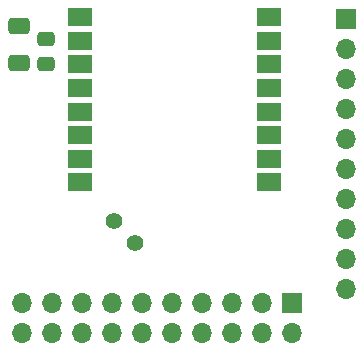
<source format=gbr>
%TF.GenerationSoftware,KiCad,Pcbnew,7.0.6*%
%TF.CreationDate,2023-09-03T22:14:53+02:00*%
%TF.ProjectId,pqunit,7071756e-6974-42e6-9b69-6361645f7063,rev?*%
%TF.SameCoordinates,Original*%
%TF.FileFunction,Soldermask,Top*%
%TF.FilePolarity,Negative*%
%FSLAX46Y46*%
G04 Gerber Fmt 4.6, Leading zero omitted, Abs format (unit mm)*
G04 Created by KiCad (PCBNEW 7.0.6) date 2023-09-03 22:14:53*
%MOMM*%
%LPD*%
G01*
G04 APERTURE LIST*
G04 Aperture macros list*
%AMRoundRect*
0 Rectangle with rounded corners*
0 $1 Rounding radius*
0 $2 $3 $4 $5 $6 $7 $8 $9 X,Y pos of 4 corners*
0 Add a 4 corners polygon primitive as box body*
4,1,4,$2,$3,$4,$5,$6,$7,$8,$9,$2,$3,0*
0 Add four circle primitives for the rounded corners*
1,1,$1+$1,$2,$3*
1,1,$1+$1,$4,$5*
1,1,$1+$1,$6,$7*
1,1,$1+$1,$8,$9*
0 Add four rect primitives between the rounded corners*
20,1,$1+$1,$2,$3,$4,$5,0*
20,1,$1+$1,$4,$5,$6,$7,0*
20,1,$1+$1,$6,$7,$8,$9,0*
20,1,$1+$1,$8,$9,$2,$3,0*%
G04 Aperture macros list end*
%ADD10RoundRect,0.250000X0.650000X-0.412500X0.650000X0.412500X-0.650000X0.412500X-0.650000X-0.412500X0*%
%ADD11C,1.400000*%
%ADD12R,2.000000X1.500000*%
%ADD13R,1.700000X1.700000*%
%ADD14O,1.700000X1.700000*%
%ADD15RoundRect,0.250000X0.475000X-0.337500X0.475000X0.337500X-0.475000X0.337500X-0.475000X-0.337500X0*%
G04 APERTURE END LIST*
D10*
%TO.C,C10*%
X131267714Y-104109900D03*
X131267714Y-100984900D03*
%TD*%
D11*
%TO.C,JP1*%
X139243817Y-117513117D03*
X141039868Y-119309168D03*
%TD*%
D12*
%TO.C,U6*%
X136445700Y-100221000D03*
X136445700Y-102221000D03*
X136445700Y-104221000D03*
X136445700Y-106221000D03*
X136445700Y-108221000D03*
X136445700Y-110221000D03*
X136445700Y-112221000D03*
X136445700Y-114221000D03*
X152445700Y-114221000D03*
X152445700Y-112221000D03*
X152445700Y-110221000D03*
X152445700Y-108221000D03*
X152445700Y-106221000D03*
X152445700Y-104221000D03*
X152445700Y-102221000D03*
X152445700Y-100221000D03*
%TD*%
D13*
%TO.C,J1*%
X154350000Y-124390000D03*
D14*
X154350000Y-126930000D03*
X151810000Y-124390000D03*
X151810000Y-126930000D03*
X149270000Y-124390000D03*
X149270000Y-126930000D03*
X146730000Y-124390000D03*
X146730000Y-126930000D03*
X144190000Y-124390000D03*
X144190000Y-126930000D03*
X141650000Y-124390000D03*
X141650000Y-126930000D03*
X139110000Y-124390000D03*
X139110000Y-126930000D03*
X136570000Y-124390000D03*
X136570000Y-126930000D03*
X134030000Y-124390000D03*
X134030000Y-126930000D03*
X131490000Y-124390000D03*
X131490000Y-126930000D03*
%TD*%
D15*
%TO.C,C8*%
X133523700Y-104165200D03*
X133523700Y-102090200D03*
%TD*%
D13*
%TO.C,J2*%
X158923700Y-100363000D03*
D14*
X158923700Y-102903000D03*
X158923700Y-105443000D03*
X158923700Y-107983000D03*
X158923700Y-110523000D03*
X158923700Y-113063000D03*
X158923700Y-115603000D03*
X158923700Y-118143000D03*
X158923700Y-120683000D03*
X158923700Y-123223000D03*
%TD*%
M02*

</source>
